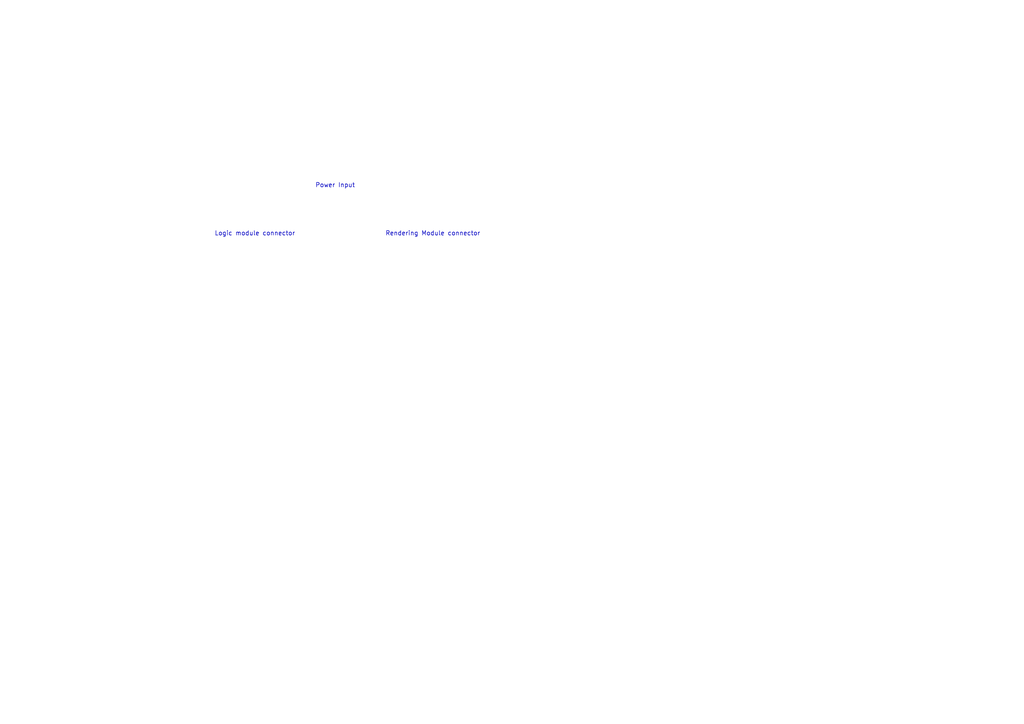
<source format=kicad_sch>
(kicad_sch (version 20211123) (generator eeschema)
  (paper "A4")
  (lib_symbols)
  (text "Logic module connector\n" (at 62.23 68.58 0) (effects (font (size 1.27 1.27)) (justify left bottom)))
  (text "Power Input" (at 91.44 54.61 0) (effects (font (size 1.27 1.27)) (justify left bottom)))
  (text "Rendering Module connector" (at 111.76 68.58 0) (effects (font (size 1.27 1.27)) (justify left bottom)))
)
</source>
